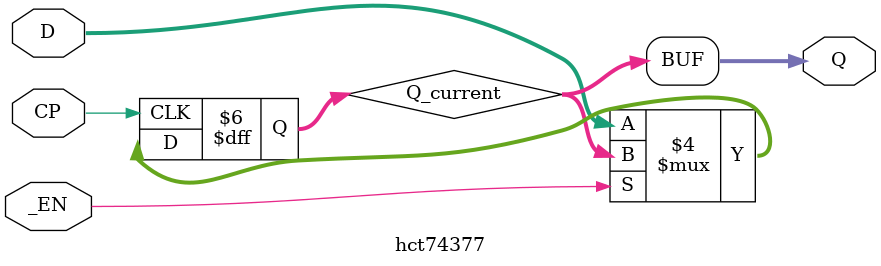
<source format=v>
`ifndef  V_74377
`define  V_74377

// Octal D flip-flop with enable

`timescale 1ns/1ns

module hct74377 #(parameter WIDTH = 8, LOG = 0)
(
  input _EN,
  input CP,
  input [WIDTH-1:0] D,
  output [WIDTH-1:0] Q
);

if (LOG)  
  always @* begin
      $display("%9t", $time, " REGISTER %m   CP=%1b _EN=%1b D=%08b Q=%08b (Q_current=%08b)", CP, _EN, D, Q, Q_current);
  end

if (LOG)  
  always @* $display("%9t", $time, " REGISTER %m UPDATED  Q=%08b", Q);

//------------------------------------------------//
parameter [WIDTH-1:0] UNDEF = {(WIDTH/4){4'bzxxz}};
reg [WIDTH-1:0] Q_current=UNDEF;

always @(posedge CP)
begin
  if (!_EN) begin
    if (LOG)  $display("%9t", $time, " REGISTER %m   ASSIGNING D=%08b to Q_current", D);
    Q_current <= D;
  end
end
//------------------------------------------------//

assign #14 Q = Q_current;

function isUndef();
    isUndef = (Q === UNDEF);
endfunction

endmodule

`endif

</source>
